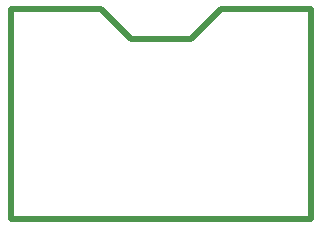
<source format=gbr>
G04 start of page 3 for group 4 idx 4 *
G04 Title: Outline, outline *
G04 Creator: pcb v4.0.0-g08c339ec *
G04 CreationDate: Tue Apr  4 02:45:08 2017 UTC *
G04 For: dan *
G04 Format: Gerber/RS-274X *
G04 PCB-Dimensions (mil): 2000.00 2000.00 *
G04 PCB-Coordinate-Origin: lower left *
%MOIN*%
%FSLAX25Y25*%
%LNOUTLINE*%
%ADD12C,0.0200*%
G54D12*X90000Y140000D02*X80000Y150000D01*
X50000D01*
Y80000D01*
X90000Y140000D02*X110000D01*
X120000Y150000D01*
X150000D01*
Y80000D02*Y150000D01*
X50000Y80000D02*X150000D01*
M02*

</source>
